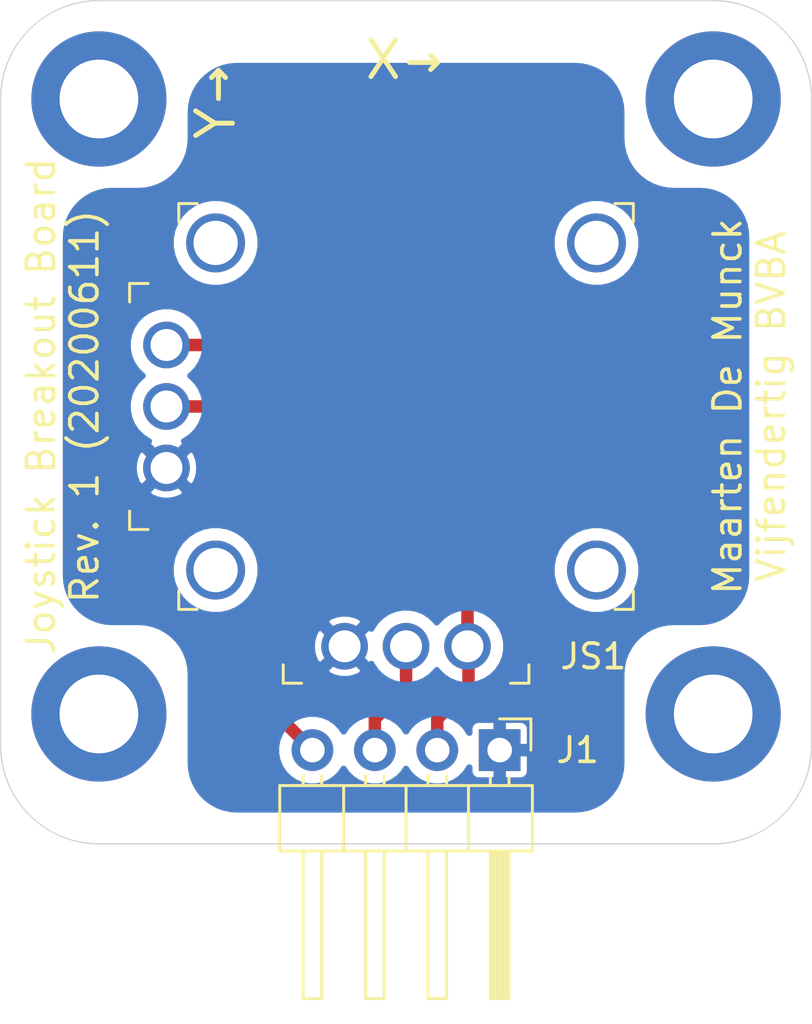
<source format=kicad_pcb>
(kicad_pcb (version 20171130) (host pcbnew 5.1.6+dfsg1-1)

  (general
    (thickness 1.6)
    (drawings 12)
    (tracks 16)
    (zones 0)
    (modules 6)
    (nets 5)
  )

  (page A4 portrait)
  (title_block
    (title "Earth Rover")
    (date 2020-06-11)
    (rev 1)
    (company "Vijfendertig BVBA")
    (comment 1 "Maarten De Munck")
    (comment 2 "Joystick Breakout Board")
  )

  (layers
    (0 F.Cu signal)
    (31 B.Cu signal)
    (32 B.Adhes user)
    (33 F.Adhes user)
    (34 B.Paste user)
    (35 F.Paste user)
    (36 B.SilkS user)
    (37 F.SilkS user)
    (38 B.Mask user)
    (39 F.Mask user)
    (40 Dwgs.User user)
    (41 Cmts.User user)
    (42 Eco1.User user)
    (43 Eco2.User user)
    (44 Edge.Cuts user)
    (45 Margin user)
    (46 B.CrtYd user)
    (47 F.CrtYd user)
    (48 B.Fab user)
    (49 F.Fab user)
  )

  (setup
    (last_trace_width 0.25)
    (user_trace_width 0.508)
    (trace_clearance 0.25)
    (zone_clearance 0.254)
    (zone_45_only no)
    (trace_min 0.2)
    (via_size 0.6)
    (via_drill 0.35)
    (via_min_size 0.6)
    (via_min_drill 0.35)
    (uvia_size 0.3)
    (uvia_drill 0.1)
    (uvias_allowed no)
    (uvia_min_size 0)
    (uvia_min_drill 0)
    (edge_width 0.05)
    (segment_width 0.2)
    (pcb_text_width 0.3)
    (pcb_text_size 1.5 1.5)
    (mod_edge_width 0.12)
    (mod_text_size 1 1)
    (mod_text_width 0.15)
    (pad_size 1.524 1.524)
    (pad_drill 0.762)
    (pad_to_mask_clearance 0.051)
    (solder_mask_min_width 0.25)
    (aux_axis_origin 0 0)
    (visible_elements FFFFFF7F)
    (pcbplotparams
      (layerselection 0x010fc_ffffffff)
      (usegerberextensions false)
      (usegerberattributes false)
      (usegerberadvancedattributes false)
      (creategerberjobfile false)
      (excludeedgelayer true)
      (linewidth 0.100000)
      (plotframeref false)
      (viasonmask false)
      (mode 1)
      (useauxorigin false)
      (hpglpennumber 1)
      (hpglpenspeed 20)
      (hpglpendiameter 15.000000)
      (psnegative false)
      (psa4output false)
      (plotreference true)
      (plotvalue true)
      (plotinvisibletext false)
      (padsonsilk false)
      (subtractmaskfromsilk false)
      (outputformat 1)
      (mirror false)
      (drillshape 1)
      (scaleselection 1)
      (outputdirectory ""))
  )

  (net 0 "")
  (net 1 /GND)
  (net 2 /V+)
  (net 3 /X)
  (net 4 /Y)

  (net_class Default "Dit is de standaard class."
    (clearance 0.25)
    (trace_width 0.25)
    (via_dia 0.6)
    (via_drill 0.35)
    (uvia_dia 0.3)
    (uvia_drill 0.1)
    (diff_pair_width 0.25)
    (diff_pair_gap 0.25)
  )

  (net_class Wide ""
    (clearance 0.5)
    (trace_width 0.5)
    (via_dia 0.6)
    (via_drill 0.35)
    (uvia_dia 0.3)
    (uvia_drill 0.1)
    (diff_pair_width 0.5)
    (diff_pair_gap 0.5)
    (add_net /GND)
    (add_net /V+)
    (add_net /X)
    (add_net /Y)
  )

  (module MountingHole:MountingHole_3.2mm_M3_ISO14580_Pad (layer F.Cu) (tedit 56D1B4CB) (tstamp 5EE45D9A)
    (at 124.26 149.66)
    (descr "Mounting Hole 3.2mm, M3, ISO14580")
    (tags "mounting hole 3.2mm m3 iso14580")
    (attr virtual)
    (fp_text reference REF** (at 0 -3.75) (layer F.SilkS) hide
      (effects (font (size 1 1) (thickness 0.15)))
    )
    (fp_text value MountingHole_3.2mm_M3_ISO14580_Pad (at 0 3.75) (layer F.Fab) hide
      (effects (font (size 1 1) (thickness 0.15)))
    )
    (fp_circle (center 0 0) (end 2.75 0) (layer Cmts.User) (width 0.15))
    (fp_circle (center 0 0) (end 3 0) (layer F.CrtYd) (width 0.05))
    (fp_text user %R (at 0.3 0) (layer F.Fab) hide
      (effects (font (size 1 1) (thickness 0.15)))
    )
    (pad 1 thru_hole circle (at 0 0) (size 5.5 5.5) (drill 3.2) (layers *.Cu *.Mask))
  )

  (module MountingHole:MountingHole_3.2mm_M3_ISO14580_Pad (layer F.Cu) (tedit 56D1B4CB) (tstamp 5EE45B51)
    (at 99.26 149.66)
    (descr "Mounting Hole 3.2mm, M3, ISO14580")
    (tags "mounting hole 3.2mm m3 iso14580")
    (attr virtual)
    (fp_text reference REF** (at 0 -3.75) (layer F.SilkS) hide
      (effects (font (size 1 1) (thickness 0.15)))
    )
    (fp_text value MountingHole_3.2mm_M3_ISO14580_Pad (at 0 3.75) (layer F.Fab) hide
      (effects (font (size 1 1) (thickness 0.15)))
    )
    (fp_circle (center 0 0) (end 2.75 0) (layer Cmts.User) (width 0.15))
    (fp_circle (center 0 0) (end 3 0) (layer F.CrtYd) (width 0.05))
    (fp_text user %R (at 0.3 0) (layer F.Fab) hide
      (effects (font (size 1 1) (thickness 0.15)))
    )
    (pad 1 thru_hole circle (at 0 0) (size 5.5 5.5) (drill 3.2) (layers *.Cu *.Mask))
  )

  (module MountingHole:MountingHole_3.2mm_M3_ISO14580_Pad (layer F.Cu) (tedit 56D1B4CB) (tstamp 5EE45D85)
    (at 99.26 124.66)
    (descr "Mounting Hole 3.2mm, M3, ISO14580")
    (tags "mounting hole 3.2mm m3 iso14580")
    (attr virtual)
    (fp_text reference REF** (at 0 -3.75) (layer F.SilkS) hide
      (effects (font (size 1 1) (thickness 0.15)))
    )
    (fp_text value MountingHole_3.2mm_M3_ISO14580_Pad (at 0 3.75) (layer F.Fab) hide
      (effects (font (size 1 1) (thickness 0.15)))
    )
    (fp_circle (center 0 0) (end 2.75 0) (layer Cmts.User) (width 0.15))
    (fp_circle (center 0 0) (end 3 0) (layer F.CrtYd) (width 0.05))
    (fp_text user %R (at 0.3 0) (layer F.Fab) hide
      (effects (font (size 1 1) (thickness 0.15)))
    )
    (pad 1 thru_hole circle (at 0 0) (size 5.5 5.5) (drill 3.2) (layers *.Cu *.Mask))
  )

  (module MountingHole:MountingHole_3.2mm_M3_ISO14580_Pad (layer F.Cu) (tedit 56D1B4CB) (tstamp 5EE45B39)
    (at 124.26 124.66)
    (descr "Mounting Hole 3.2mm, M3, ISO14580")
    (tags "mounting hole 3.2mm m3 iso14580")
    (attr virtual)
    (fp_text reference REF** (at 0 -3.75) (layer F.SilkS) hide
      (effects (font (size 1 1) (thickness 0.15)))
    )
    (fp_text value MountingHole_3.2mm_M3_ISO14580_Pad (at 0 3.75) (layer F.Fab) hide
      (effects (font (size 1 1) (thickness 0.15)))
    )
    (fp_text user %R (at 0.3 0) (layer F.Fab) hide
      (effects (font (size 1 1) (thickness 0.15)))
    )
    (fp_circle (center 0 0) (end 2.75 0) (layer Cmts.User) (width 0.15))
    (fp_circle (center 0 0) (end 3 0) (layer F.CrtYd) (width 0.05))
    (pad 1 thru_hole circle (at 0 0) (size 5.5 5.5) (drill 3.2) (layers *.Cu *.Mask))
  )

  (module Connector_PinHeader_2.54mm:PinHeader_1x04_P2.54mm_Horizontal (layer F.Cu) (tedit 59FED5CB) (tstamp 5EE45CE6)
    (at 115.57 151.13 270)
    (descr "Through hole angled pin header, 1x04, 2.54mm pitch, 6mm pin length, single row")
    (tags "Through hole angled pin header THT 1x04 2.54mm single row")
    (path /5DF2BB03)
    (fp_text reference J1 (at 0 -3.175) (layer F.SilkS)
      (effects (font (size 1 1) (thickness 0.15)))
    )
    (fp_text value Conn_01x04_Male (at 4.385 9.89 90) (layer F.Fab)
      (effects (font (size 1 1) (thickness 0.15)))
    )
    (fp_line (start 2.135 -1.27) (end 4.04 -1.27) (layer F.Fab) (width 0.1))
    (fp_line (start 4.04 -1.27) (end 4.04 8.89) (layer F.Fab) (width 0.1))
    (fp_line (start 4.04 8.89) (end 1.5 8.89) (layer F.Fab) (width 0.1))
    (fp_line (start 1.5 8.89) (end 1.5 -0.635) (layer F.Fab) (width 0.1))
    (fp_line (start 1.5 -0.635) (end 2.135 -1.27) (layer F.Fab) (width 0.1))
    (fp_line (start -0.32 -0.32) (end 1.5 -0.32) (layer F.Fab) (width 0.1))
    (fp_line (start -0.32 -0.32) (end -0.32 0.32) (layer F.Fab) (width 0.1))
    (fp_line (start -0.32 0.32) (end 1.5 0.32) (layer F.Fab) (width 0.1))
    (fp_line (start 4.04 -0.32) (end 10.04 -0.32) (layer F.Fab) (width 0.1))
    (fp_line (start 10.04 -0.32) (end 10.04 0.32) (layer F.Fab) (width 0.1))
    (fp_line (start 4.04 0.32) (end 10.04 0.32) (layer F.Fab) (width 0.1))
    (fp_line (start -0.32 2.22) (end 1.5 2.22) (layer F.Fab) (width 0.1))
    (fp_line (start -0.32 2.22) (end -0.32 2.86) (layer F.Fab) (width 0.1))
    (fp_line (start -0.32 2.86) (end 1.5 2.86) (layer F.Fab) (width 0.1))
    (fp_line (start 4.04 2.22) (end 10.04 2.22) (layer F.Fab) (width 0.1))
    (fp_line (start 10.04 2.22) (end 10.04 2.86) (layer F.Fab) (width 0.1))
    (fp_line (start 4.04 2.86) (end 10.04 2.86) (layer F.Fab) (width 0.1))
    (fp_line (start -0.32 4.76) (end 1.5 4.76) (layer F.Fab) (width 0.1))
    (fp_line (start -0.32 4.76) (end -0.32 5.4) (layer F.Fab) (width 0.1))
    (fp_line (start -0.32 5.4) (end 1.5 5.4) (layer F.Fab) (width 0.1))
    (fp_line (start 4.04 4.76) (end 10.04 4.76) (layer F.Fab) (width 0.1))
    (fp_line (start 10.04 4.76) (end 10.04 5.4) (layer F.Fab) (width 0.1))
    (fp_line (start 4.04 5.4) (end 10.04 5.4) (layer F.Fab) (width 0.1))
    (fp_line (start -0.32 7.3) (end 1.5 7.3) (layer F.Fab) (width 0.1))
    (fp_line (start -0.32 7.3) (end -0.32 7.94) (layer F.Fab) (width 0.1))
    (fp_line (start -0.32 7.94) (end 1.5 7.94) (layer F.Fab) (width 0.1))
    (fp_line (start 4.04 7.3) (end 10.04 7.3) (layer F.Fab) (width 0.1))
    (fp_line (start 10.04 7.3) (end 10.04 7.94) (layer F.Fab) (width 0.1))
    (fp_line (start 4.04 7.94) (end 10.04 7.94) (layer F.Fab) (width 0.1))
    (fp_line (start 1.44 -1.33) (end 1.44 8.95) (layer F.SilkS) (width 0.12))
    (fp_line (start 1.44 8.95) (end 4.1 8.95) (layer F.SilkS) (width 0.12))
    (fp_line (start 4.1 8.95) (end 4.1 -1.33) (layer F.SilkS) (width 0.12))
    (fp_line (start 4.1 -1.33) (end 1.44 -1.33) (layer F.SilkS) (width 0.12))
    (fp_line (start 4.1 -0.38) (end 10.1 -0.38) (layer F.SilkS) (width 0.12))
    (fp_line (start 10.1 -0.38) (end 10.1 0.38) (layer F.SilkS) (width 0.12))
    (fp_line (start 10.1 0.38) (end 4.1 0.38) (layer F.SilkS) (width 0.12))
    (fp_line (start 4.1 -0.32) (end 10.1 -0.32) (layer F.SilkS) (width 0.12))
    (fp_line (start 4.1 -0.2) (end 10.1 -0.2) (layer F.SilkS) (width 0.12))
    (fp_line (start 4.1 -0.08) (end 10.1 -0.08) (layer F.SilkS) (width 0.12))
    (fp_line (start 4.1 0.04) (end 10.1 0.04) (layer F.SilkS) (width 0.12))
    (fp_line (start 4.1 0.16) (end 10.1 0.16) (layer F.SilkS) (width 0.12))
    (fp_line (start 4.1 0.28) (end 10.1 0.28) (layer F.SilkS) (width 0.12))
    (fp_line (start 1.11 -0.38) (end 1.44 -0.38) (layer F.SilkS) (width 0.12))
    (fp_line (start 1.11 0.38) (end 1.44 0.38) (layer F.SilkS) (width 0.12))
    (fp_line (start 1.44 1.27) (end 4.1 1.27) (layer F.SilkS) (width 0.12))
    (fp_line (start 4.1 2.16) (end 10.1 2.16) (layer F.SilkS) (width 0.12))
    (fp_line (start 10.1 2.16) (end 10.1 2.92) (layer F.SilkS) (width 0.12))
    (fp_line (start 10.1 2.92) (end 4.1 2.92) (layer F.SilkS) (width 0.12))
    (fp_line (start 1.042929 2.16) (end 1.44 2.16) (layer F.SilkS) (width 0.12))
    (fp_line (start 1.042929 2.92) (end 1.44 2.92) (layer F.SilkS) (width 0.12))
    (fp_line (start 1.44 3.81) (end 4.1 3.81) (layer F.SilkS) (width 0.12))
    (fp_line (start 4.1 4.7) (end 10.1 4.7) (layer F.SilkS) (width 0.12))
    (fp_line (start 10.1 4.7) (end 10.1 5.46) (layer F.SilkS) (width 0.12))
    (fp_line (start 10.1 5.46) (end 4.1 5.46) (layer F.SilkS) (width 0.12))
    (fp_line (start 1.042929 4.7) (end 1.44 4.7) (layer F.SilkS) (width 0.12))
    (fp_line (start 1.042929 5.46) (end 1.44 5.46) (layer F.SilkS) (width 0.12))
    (fp_line (start 1.44 6.35) (end 4.1 6.35) (layer F.SilkS) (width 0.12))
    (fp_line (start 4.1 7.24) (end 10.1 7.24) (layer F.SilkS) (width 0.12))
    (fp_line (start 10.1 7.24) (end 10.1 8) (layer F.SilkS) (width 0.12))
    (fp_line (start 10.1 8) (end 4.1 8) (layer F.SilkS) (width 0.12))
    (fp_line (start 1.042929 7.24) (end 1.44 7.24) (layer F.SilkS) (width 0.12))
    (fp_line (start 1.042929 8) (end 1.44 8) (layer F.SilkS) (width 0.12))
    (fp_line (start -1.27 0) (end -1.27 -1.27) (layer F.SilkS) (width 0.12))
    (fp_line (start -1.27 -1.27) (end 0 -1.27) (layer F.SilkS) (width 0.12))
    (fp_line (start -1.8 -1.8) (end -1.8 9.4) (layer F.CrtYd) (width 0.05))
    (fp_line (start -1.8 9.4) (end 10.55 9.4) (layer F.CrtYd) (width 0.05))
    (fp_line (start 10.55 9.4) (end 10.55 -1.8) (layer F.CrtYd) (width 0.05))
    (fp_line (start 10.55 -1.8) (end -1.8 -1.8) (layer F.CrtYd) (width 0.05))
    (fp_text user %R (at 2.77 3.81) (layer F.Fab)
      (effects (font (size 1 1) (thickness 0.15)))
    )
    (pad 1 thru_hole rect (at 0 0 270) (size 1.7 1.7) (drill 1) (layers *.Cu *.Mask)
      (net 1 /GND))
    (pad 2 thru_hole oval (at 0 2.54 270) (size 1.7 1.7) (drill 1) (layers *.Cu *.Mask)
      (net 2 /V+))
    (pad 3 thru_hole oval (at 0 5.08 270) (size 1.7 1.7) (drill 1) (layers *.Cu *.Mask)
      (net 3 /X))
    (pad 4 thru_hole oval (at 0 7.62 270) (size 1.7 1.7) (drill 1) (layers *.Cu *.Mask)
      (net 4 /Y))
    (model ${KISYS3DMOD}/Connector_PinHeader_2.54mm.3dshapes/PinHeader_1x04_P2.54mm_Horizontal.wrl
      (at (xyz 0 0 0))
      (scale (xyz 1 1 1))
      (rotate (xyz 0 0 0))
    )
  )

  (module earth-rover-footprints:Alps_RKJXK122000D (layer F.Cu) (tedit 5DEAD66C) (tstamp 5EE45BDA)
    (at 111.76 137.16 180)
    (descr "Alps ThumbPointer RKJXK122000D")
    (path /5DF2B0F3)
    (fp_text reference JS1 (at -7.62 -10.16) (layer F.SilkS)
      (effects (font (size 1 1) (thickness 0.15)))
    )
    (fp_text value "Alps Alpine RKJXK122000D" (at 0 0) (layer F.Fab)
      (effects (font (size 1 1) (thickness 0.15)))
    )
    (fp_circle (center -4.5 -4.5) (end -3.2 -4.5) (layer F.Fab) (width 0.12))
    (fp_circle (center 4.5 -4.5) (end 5.8 -4.5) (layer F.Fab) (width 0.12))
    (fp_circle (center -4.5 4.5) (end -3.2 4.5) (layer F.Fab) (width 0.12))
    (fp_circle (center 4.5 4.5) (end 5.8 4.5) (layer F.Fab) (width 0.12))
    (fp_line (start -8 -4) (end -9.6 -4) (layer F.Fab) (width 0.12))
    (fp_line (start -9.6 -4) (end -9.6 4) (layer F.Fab) (width 0.12))
    (fp_line (start -9.6 4) (end -8 4) (layer F.Fab) (width 0.12))
    (fp_line (start 8 -4.75) (end 11.05 -4.75) (layer F.Fab) (width 0.12))
    (fp_line (start 11.05 -4.75) (end 11.05 4.75) (layer F.Fab) (width 0.12))
    (fp_line (start 11.05 4.75) (end 8 4.75) (layer F.Fab) (width 0.12))
    (fp_line (start -4.75 -8) (end -4.75 -11.05) (layer F.Fab) (width 0.12))
    (fp_line (start -4.75 -11.05) (end 4.75 -11.05) (layer F.Fab) (width 0.12))
    (fp_line (start 4.75 -11.05) (end 4.75 -8) (layer F.Fab) (width 0.12))
    (fp_line (start -5.5 8) (end -5.5 10) (layer F.Fab) (width 0.12))
    (fp_line (start -5.5 10) (end -3.2 10) (layer F.Fab) (width 0.12))
    (fp_line (start -3.2 10) (end -3.2 11.6) (layer F.Fab) (width 0.12))
    (fp_line (start -3.2 11.6) (end 3.2 11.6) (layer F.Fab) (width 0.12))
    (fp_line (start 3.2 11.6) (end 3.2 10) (layer F.Fab) (width 0.12))
    (fp_line (start 3.2 10) (end 5.5 10) (layer F.Fab) (width 0.12))
    (fp_line (start 5.5 10) (end 5.5 8) (layer F.Fab) (width 0.12))
    (fp_line (start -5 -8.25) (end -9.25 -8.25) (layer F.CrtYd) (width 0.12))
    (fp_line (start -9.25 -8.25) (end -9.25 -4.25) (layer F.CrtYd) (width 0.12))
    (fp_line (start -9.25 -4.25) (end -9.75 -4.25) (layer F.CrtYd) (width 0.12))
    (fp_line (start -9.75 -4.25) (end -9.75 4.25) (layer F.CrtYd) (width 0.12))
    (fp_line (start -9.75 4.25) (end -9.25 4.25) (layer F.CrtYd) (width 0.12))
    (fp_line (start -9.25 4.25) (end -9.25 8.25) (layer F.CrtYd) (width 0.12))
    (fp_line (start -9.25 8.25) (end -5.75 8.25) (layer F.CrtYd) (width 0.12))
    (fp_line (start -5.75 8.25) (end -5.75 10.25) (layer F.CrtYd) (width 0.12))
    (fp_line (start -5.75 10.25) (end -3.5 10.25) (layer F.CrtYd) (width 0.12))
    (fp_line (start -3.5 10.25) (end -3.5 11.75) (layer F.CrtYd) (width 0.12))
    (fp_line (start -3.5 11.75) (end 3.5 11.75) (layer F.CrtYd) (width 0.12))
    (fp_line (start 3.5 11.75) (end 3.5 10.25) (layer F.CrtYd) (width 0.12))
    (fp_line (start 3.5 10.25) (end 5.75 10.25) (layer F.CrtYd) (width 0.12))
    (fp_line (start 5.75 10.25) (end 5.75 8.25) (layer F.CrtYd) (width 0.12))
    (fp_line (start 5.75 8.25) (end 9.25 8.25) (layer F.CrtYd) (width 0.12))
    (fp_line (start 9.25 8.25) (end 9.25 5) (layer F.CrtYd) (width 0.12))
    (fp_line (start 9.25 5) (end 11.25 5) (layer F.CrtYd) (width 0.12))
    (fp_line (start 11.25 5) (end 11.25 -5) (layer F.CrtYd) (width 0.12))
    (fp_line (start 11.25 -5) (end 9.25 -5) (layer F.CrtYd) (width 0.12))
    (fp_line (start 9.25 -5) (end 9.25 -8.25) (layer F.CrtYd) (width 0.12))
    (fp_line (start 9.25 -8.25) (end 5 -8.25) (layer F.CrtYd) (width 0.12))
    (fp_line (start 5 -8.25) (end 5 -11.25) (layer F.CrtYd) (width 0.12))
    (fp_line (start 5 -11.25) (end -5 -11.25) (layer F.CrtYd) (width 0.12))
    (fp_line (start -5 -11.25) (end -5 -8.25) (layer F.CrtYd) (width 0.12))
    (fp_line (start 4.75 -8) (end 8 -8) (layer F.Fab) (width 0.12))
    (fp_line (start -4.75 -8) (end -8 -8) (layer F.Fab) (width 0.12))
    (fp_line (start -8 8) (end -5.5 8) (layer F.Fab) (width 0.12))
    (fp_line (start 5.5 8) (end 8 8) (layer F.Fab) (width 0.12))
    (fp_line (start -8 -8) (end -8 -4) (layer F.Fab) (width 0.12))
    (fp_line (start -8 4) (end -8 8) (layer F.Fab) (width 0.12))
    (fp_line (start 8 4.75) (end 8 8) (layer F.Fab) (width 0.12))
    (fp_line (start 8 -8) (end 8 -4.75) (layer F.Fab) (width 0.12))
    (fp_line (start 8.5 -8.25) (end 9.25 -8.25) (layer F.SilkS) (width 0.12))
    (fp_line (start 9.25 -8.25) (end 9.25 -7.5) (layer F.SilkS) (width 0.12))
    (fp_line (start -8.5 -8.25) (end -9.25 -8.25) (layer F.SilkS) (width 0.12))
    (fp_line (start -9.25 -8.25) (end -9.25 -7.5) (layer F.SilkS) (width 0.12))
    (fp_line (start -9.25 7.5) (end -9.25 8.25) (layer F.SilkS) (width 0.12))
    (fp_line (start -9.25 8.25) (end -8.5 8.25) (layer F.SilkS) (width 0.12))
    (fp_line (start 8.5 8.25) (end 9.25 8.25) (layer F.SilkS) (width 0.12))
    (fp_line (start 9.25 8.25) (end 9.25 7.5) (layer F.SilkS) (width 0.12))
    (fp_line (start -5 -10.5) (end -5 -11.25) (layer F.SilkS) (width 0.12))
    (fp_line (start -5 -11.25) (end -4.25 -11.25) (layer F.SilkS) (width 0.12))
    (fp_line (start 4.25 -11.25) (end 5 -11.25) (layer F.SilkS) (width 0.12))
    (fp_line (start 5 -11.25) (end 5 -10.5) (layer F.SilkS) (width 0.12))
    (fp_line (start 10.5 -5) (end 11.25 -5) (layer F.SilkS) (width 0.12))
    (fp_line (start 11.25 -5) (end 11.25 -4.25) (layer F.SilkS) (width 0.12))
    (fp_line (start 11.25 4.25) (end 11.25 5) (layer F.SilkS) (width 0.12))
    (fp_line (start 11.25 5) (end 10.5 5) (layer F.SilkS) (width 0.12))
    (pad 1 thru_hole circle (at 9.75 2.5 180) (size 1.9 1.9) (drill 1.3) (layers *.Cu *.Mask)
      (net 2 /V+))
    (pad 2 thru_hole circle (at 9.75 0 180) (size 1.9 1.9) (drill 1.3) (layers *.Cu *.Mask)
      (net 4 /Y))
    (pad 3 thru_hole circle (at 9.75 -2.5 180) (size 1.9 1.9) (drill 1.3) (layers *.Cu *.Mask)
      (net 1 /GND))
    (pad 4 thru_hole circle (at 2.5 -9.75 180) (size 1.9 1.9) (drill 1.3) (layers *.Cu *.Mask)
      (net 1 /GND))
    (pad 5 thru_hole circle (at 0 -9.75 180) (size 1.9 1.9) (drill 1.3) (layers *.Cu *.Mask)
      (net 3 /X))
    (pad 6 thru_hole circle (at -2.5 -9.75 180) (size 1.9 1.9) (drill 1.3) (layers *.Cu *.Mask)
      (net 2 /V+))
    (pad "" thru_hole circle (at 7.75 6.65 180) (size 2.4 2.4) (drill 1.8) (layers *.Cu *.Mask))
    (pad "" thru_hole circle (at 7.75 -6.65 180) (size 2.4 2.4) (drill 1.8) (layers *.Cu *.Mask))
    (pad "" thru_hole circle (at -7.75 -6.65 180) (size 2.4 2.4) (drill 1.8) (layers *.Cu *.Mask))
    (pad "" thru_hole circle (at -7.75 6.65 180) (size 2.4 2.4) (drill 1.8) (layers *.Cu *.Mask))
  )

  (gr_text "Maarten De Munck\nVijfendertig BVBA" (at 125.73 137.16 90) (layer F.SilkS) (tstamp 5EE45B81)
    (effects (font (size 1.1 1.1) (thickness 0.15)))
  )
  (gr_text Y→ (at 104.013 124.714 90) (layer F.SilkS) (tstamp 5EE45C95)
    (effects (font (size 1.5 1.5) (thickness 0.2)))
  )
  (gr_text X→ (at 111.76 123.063) (layer F.SilkS) (tstamp 5EE45B63)
    (effects (font (size 1.5 1.5) (thickness 0.2)))
  )
  (gr_text "Joystick Breakout Board\nRev. 1 (20200611)" (at 97.79 137.16 90) (layer F.SilkS) (tstamp 5EE45C7D)
    (effects (font (size 1.1 1.1) (thickness 0.15)))
  )
  (gr_line (start 95.26 150.94) (end 95.26 124.66) (layer Edge.Cuts) (width 0.05) (tstamp 5EE45B84))
  (gr_line (start 128.26 124.66) (end 128.26 150.94) (layer Edge.Cuts) (width 0.05) (tstamp 5EE45DA9))
  (gr_line (start 99.26 154.94) (end 124.26 154.94) (layer Edge.Cuts) (width 0.05) (tstamp 5EE45DB2))
  (gr_line (start 124.26 120.66) (end 99.26 120.66) (layer Edge.Cuts) (width 0.05) (tstamp 5EE45B48))
  (gr_arc (start 124.26 124.66) (end 128.26 124.66) (angle -90) (layer Edge.Cuts) (width 0.05) (tstamp 5EE45B6C))
  (gr_arc (start 124.26 150.94) (end 124.26 154.94) (angle -90) (layer Edge.Cuts) (width 0.05) (tstamp 5EE45DAF))
  (gr_arc (start 99.26 150.94) (end 95.26 150.94) (angle -90) (layer Edge.Cuts) (width 0.05) (tstamp 5EE45B7B))
  (gr_arc (start 99.26 124.66) (end 99.26 120.66) (angle -90) (layer Edge.Cuts) (width 0.05) (tstamp 5EE45B6F))

  (segment (start 113.03 149.86) (end 114.3 148.59) (width 0.508) (layer F.Cu) (net 2) (tstamp 5EE45B87))
  (segment (start 113.03 151.13) (end 113.03 149.86) (width 0.508) (layer F.Cu) (net 2) (tstamp 5EE45B7E))
  (segment (start 114.3 148.59) (end 114.3 146.91) (width 0.508) (layer F.Cu) (net 2) (tstamp 5EE45C98))
  (segment (start 113.03 151.13) (end 113.03 150.495) (width 0.5) (layer B.Cu) (net 2) (tstamp 5EE45DAC))
  (segment (start 114.26 146.91) (end 114.26 143.089) (width 0.508) (layer F.Cu) (net 2) (tstamp 5EE45C89))
  (segment (start 105.831 134.66) (end 102.01 134.66) (width 0.508) (layer F.Cu) (net 2) (tstamp 5EE45C8C))
  (segment (start 114.26 143.089) (end 105.831 134.66) (width 0.508) (layer F.Cu) (net 2) (tstamp 5EE45C8F))
  (segment (start 110.49 151.13) (end 110.49 149.86) (width 0.508) (layer F.Cu) (net 3) (tstamp 5EE45C86))
  (segment (start 111.76 148.59) (end 111.76 146.91) (width 0.508) (layer F.Cu) (net 3) (tstamp 5EE45C83))
  (segment (start 110.49 149.86) (end 111.76 148.59) (width 0.508) (layer F.Cu) (net 3) (tstamp 5EE45C92))
  (segment (start 107.95 151.13) (end 106.68 149.86) (width 0.508) (layer F.Cu) (net 4) (tstamp 5EE45C80))
  (segment (start 106.68 149.86) (end 106.68 146.05) (width 0.508) (layer F.Cu) (net 4) (tstamp 5EE45B78))
  (segment (start 106.68 146.05) (end 109.22 143.51) (width 0.508) (layer F.Cu) (net 4) (tstamp 5EE45B66))
  (segment (start 109.22 143.51) (end 109.22 140.335) (width 0.508) (layer F.Cu) (net 4) (tstamp 5EE45B75))
  (segment (start 106.045 137.16) (end 102.01 137.16) (width 0.508) (layer F.Cu) (net 4) (tstamp 5EE45B72))
  (segment (start 109.22 140.335) (end 106.045 137.16) (width 0.508) (layer F.Cu) (net 4) (tstamp 5EE45B60))

  (zone (net 1) (net_name /GND) (layer B.Cu) (tstamp 5EE45B69) (hatch edge 0.508)
    (connect_pads (clearance 0.254))
    (min_thickness 0.254)
    (fill yes (arc_segments 32) (thermal_gap 0.254) (thermal_bridge_width 0.508) (smoothing fillet) (radius 2))
    (polygon
      (pts
        (xy 120.65 128.27) (xy 125.73 128.27) (xy 125.73 146.05) (xy 120.65 146.05) (xy 120.65 153.67)
        (xy 102.87 153.67) (xy 102.87 146.05) (xy 97.79 146.05) (xy 97.79 128.27) (xy 102.87 128.27)
        (xy 102.87 123.19) (xy 120.65 123.19)
      )
    )
    (filled_polygon
      (pts
        (xy 118.916504 123.336385) (xy 119.177593 123.393181) (xy 119.42794 123.486556) (xy 119.662445 123.614605) (xy 119.876338 123.774724)
        (xy 120.065276 123.963662) (xy 120.225395 124.177555) (xy 120.353444 124.41206) (xy 120.446819 124.662407) (xy 120.503615 124.923496)
        (xy 120.523 125.19453) (xy 120.523 126.27) (xy 120.523324 126.27906) (xy 120.543681 126.56369) (xy 120.546259 126.581626)
        (xy 120.606916 126.860461) (xy 120.612021 126.877847) (xy 120.711743 127.145212) (xy 120.719271 127.161695) (xy 120.856028 127.412147)
        (xy 120.865824 127.42739) (xy 121.036832 127.655829) (xy 121.048698 127.669524) (xy 121.250476 127.871302) (xy 121.264171 127.883168)
        (xy 121.49261 128.054176) (xy 121.507853 128.063972) (xy 121.758305 128.200729) (xy 121.774788 128.208257) (xy 122.042153 128.307979)
        (xy 122.059539 128.313084) (xy 122.338374 128.373741) (xy 122.35631 128.376319) (xy 122.64094 128.396676) (xy 122.65 128.397)
        (xy 123.72547 128.397) (xy 123.996504 128.416385) (xy 124.257593 128.473181) (xy 124.50794 128.566556) (xy 124.742445 128.694605)
        (xy 124.956338 128.854724) (xy 125.145276 129.043662) (xy 125.305395 129.257555) (xy 125.433444 129.49206) (xy 125.526819 129.742407)
        (xy 125.583615 130.003496) (xy 125.603 130.27453) (xy 125.603 144.04547) (xy 125.583615 144.316504) (xy 125.526819 144.577593)
        (xy 125.433444 144.82794) (xy 125.305395 145.062445) (xy 125.145276 145.276338) (xy 124.956338 145.465276) (xy 124.742445 145.625395)
        (xy 124.50794 145.753444) (xy 124.257593 145.846819) (xy 123.996504 145.903615) (xy 123.72547 145.923) (xy 122.65 145.923)
        (xy 122.64094 145.923324) (xy 122.35631 145.943681) (xy 122.338374 145.946259) (xy 122.059539 146.006916) (xy 122.042153 146.012021)
        (xy 121.774788 146.111743) (xy 121.758305 146.119271) (xy 121.507853 146.256028) (xy 121.49261 146.265824) (xy 121.264171 146.436832)
        (xy 121.250476 146.448698) (xy 121.048698 146.650476) (xy 121.036832 146.664171) (xy 120.865824 146.89261) (xy 120.856028 146.907853)
        (xy 120.719271 147.158305) (xy 120.711743 147.174788) (xy 120.612021 147.442153) (xy 120.606916 147.459539) (xy 120.546259 147.738374)
        (xy 120.543681 147.75631) (xy 120.523324 148.04094) (xy 120.523 148.05) (xy 120.523 151.66547) (xy 120.503615 151.936504)
        (xy 120.446819 152.197593) (xy 120.353444 152.44794) (xy 120.225395 152.682445) (xy 120.065276 152.896338) (xy 119.876338 153.085276)
        (xy 119.662445 153.245395) (xy 119.42794 153.373444) (xy 119.177593 153.466819) (xy 118.916504 153.523615) (xy 118.64547 153.543)
        (xy 104.87453 153.543) (xy 104.603496 153.523615) (xy 104.342407 153.466819) (xy 104.09206 153.373444) (xy 103.857555 153.245395)
        (xy 103.643662 153.085276) (xy 103.454724 152.896338) (xy 103.294605 152.682445) (xy 103.166556 152.44794) (xy 103.073181 152.197593)
        (xy 103.016385 151.936504) (xy 102.997 151.66547) (xy 102.997 150.984528) (xy 106.473 150.984528) (xy 106.473 151.275472)
        (xy 106.52976 151.560825) (xy 106.641099 151.829622) (xy 106.802739 152.071533) (xy 107.008467 152.277261) (xy 107.250378 152.438901)
        (xy 107.519175 152.55024) (xy 107.804528 152.607) (xy 108.095472 152.607) (xy 108.380825 152.55024) (xy 108.649622 152.438901)
        (xy 108.891533 152.277261) (xy 109.097261 152.071533) (xy 109.22 151.887841) (xy 109.342739 152.071533) (xy 109.548467 152.277261)
        (xy 109.790378 152.438901) (xy 110.059175 152.55024) (xy 110.344528 152.607) (xy 110.635472 152.607) (xy 110.920825 152.55024)
        (xy 111.189622 152.438901) (xy 111.431533 152.277261) (xy 111.637261 152.071533) (xy 111.76 151.887841) (xy 111.882739 152.071533)
        (xy 112.088467 152.277261) (xy 112.330378 152.438901) (xy 112.599175 152.55024) (xy 112.884528 152.607) (xy 113.175472 152.607)
        (xy 113.460825 152.55024) (xy 113.729622 152.438901) (xy 113.971533 152.277261) (xy 114.177261 152.071533) (xy 114.337593 151.83158)
        (xy 114.337157 151.98) (xy 114.344513 152.054689) (xy 114.366299 152.126508) (xy 114.401678 152.192696) (xy 114.449289 152.250711)
        (xy 114.507304 152.298322) (xy 114.573492 152.333701) (xy 114.645311 152.355487) (xy 114.72 152.362843) (xy 115.34775 152.361)
        (xy 115.443 152.26575) (xy 115.443 151.257) (xy 115.697 151.257) (xy 115.697 152.26575) (xy 115.79225 152.361)
        (xy 116.42 152.362843) (xy 116.494689 152.355487) (xy 116.566508 152.333701) (xy 116.632696 152.298322) (xy 116.690711 152.250711)
        (xy 116.738322 152.192696) (xy 116.773701 152.126508) (xy 116.795487 152.054689) (xy 116.802843 151.98) (xy 116.801 151.35225)
        (xy 116.70575 151.257) (xy 115.697 151.257) (xy 115.443 151.257) (xy 115.423 151.257) (xy 115.423 151.003)
        (xy 115.443 151.003) (xy 115.443 149.99425) (xy 115.697 149.99425) (xy 115.697 151.003) (xy 116.70575 151.003)
        (xy 116.801 150.90775) (xy 116.802843 150.28) (xy 116.795487 150.205311) (xy 116.773701 150.133492) (xy 116.738322 150.067304)
        (xy 116.690711 150.009289) (xy 116.632696 149.961678) (xy 116.566508 149.926299) (xy 116.494689 149.904513) (xy 116.42 149.897157)
        (xy 115.79225 149.899) (xy 115.697 149.99425) (xy 115.443 149.99425) (xy 115.34775 149.899) (xy 114.72 149.897157)
        (xy 114.645311 149.904513) (xy 114.573492 149.926299) (xy 114.507304 149.961678) (xy 114.449289 150.009289) (xy 114.401678 150.067304)
        (xy 114.366299 150.133492) (xy 114.344513 150.205311) (xy 114.337157 150.28) (xy 114.337593 150.42842) (xy 114.177261 150.188467)
        (xy 113.971533 149.982739) (xy 113.729622 149.821099) (xy 113.460825 149.70976) (xy 113.397947 149.697253) (xy 113.367237 149.680838)
        (xy 113.201922 149.63069) (xy 113.03 149.613757) (xy 112.858079 149.63069) (xy 112.692764 149.680838) (xy 112.662054 149.697253)
        (xy 112.599175 149.70976) (xy 112.330378 149.821099) (xy 112.088467 149.982739) (xy 111.882739 150.188467) (xy 111.76 150.372159)
        (xy 111.637261 150.188467) (xy 111.431533 149.982739) (xy 111.189622 149.821099) (xy 110.920825 149.70976) (xy 110.635472 149.653)
        (xy 110.344528 149.653) (xy 110.059175 149.70976) (xy 109.790378 149.821099) (xy 109.548467 149.982739) (xy 109.342739 150.188467)
        (xy 109.22 150.372159) (xy 109.097261 150.188467) (xy 108.891533 149.982739) (xy 108.649622 149.821099) (xy 108.380825 149.70976)
        (xy 108.095472 149.653) (xy 107.804528 149.653) (xy 107.519175 149.70976) (xy 107.250378 149.821099) (xy 107.008467 149.982739)
        (xy 106.802739 150.188467) (xy 106.641099 150.430378) (xy 106.52976 150.699175) (xy 106.473 150.984528) (xy 102.997 150.984528)
        (xy 102.997 148.05) (xy 102.996676 148.04094) (xy 102.984705 147.873561) (xy 108.476044 147.873561) (xy 108.58017 148.061772)
        (xy 108.817932 148.172269) (xy 109.072683 148.234258) (xy 109.334632 148.245357) (xy 109.593713 148.205138) (xy 109.83997 148.115148)
        (xy 109.93983 148.061772) (xy 110.043956 147.873561) (xy 109.26 147.089605) (xy 108.476044 147.873561) (xy 102.984705 147.873561)
        (xy 102.976319 147.75631) (xy 102.973741 147.738374) (xy 102.913084 147.459539) (xy 102.907979 147.442153) (xy 102.808257 147.174788)
        (xy 102.800729 147.158305) (xy 102.705897 146.984632) (xy 107.924643 146.984632) (xy 107.964862 147.243713) (xy 108.054852 147.48997)
        (xy 108.108228 147.58983) (xy 108.296439 147.693956) (xy 109.080395 146.91) (xy 109.439605 146.91) (xy 110.223561 147.693956)
        (xy 110.349039 147.624537) (xy 110.362481 147.656989) (xy 110.535064 147.915279) (xy 110.754721 148.134936) (xy 111.013011 148.307519)
        (xy 111.300006 148.426396) (xy 111.604679 148.487) (xy 111.915321 148.487) (xy 112.219994 148.426396) (xy 112.506989 148.307519)
        (xy 112.765279 148.134936) (xy 112.984936 147.915279) (xy 113.01 147.877768) (xy 113.035064 147.915279) (xy 113.254721 148.134936)
        (xy 113.513011 148.307519) (xy 113.800006 148.426396) (xy 114.104679 148.487) (xy 114.415321 148.487) (xy 114.719994 148.426396)
        (xy 115.006989 148.307519) (xy 115.265279 148.134936) (xy 115.484936 147.915279) (xy 115.657519 147.656989) (xy 115.776396 147.369994)
        (xy 115.837 147.065321) (xy 115.837 146.754679) (xy 115.776396 146.450006) (xy 115.657519 146.163011) (xy 115.484936 145.904721)
        (xy 115.265279 145.685064) (xy 115.006989 145.512481) (xy 114.719994 145.393604) (xy 114.415321 145.333) (xy 114.104679 145.333)
        (xy 113.800006 145.393604) (xy 113.513011 145.512481) (xy 113.254721 145.685064) (xy 113.035064 145.904721) (xy 113.01 145.942232)
        (xy 112.984936 145.904721) (xy 112.765279 145.685064) (xy 112.506989 145.512481) (xy 112.219994 145.393604) (xy 111.915321 145.333)
        (xy 111.604679 145.333) (xy 111.300006 145.393604) (xy 111.013011 145.512481) (xy 110.754721 145.685064) (xy 110.535064 145.904721)
        (xy 110.362481 146.163011) (xy 110.349039 146.195463) (xy 110.223561 146.126044) (xy 109.439605 146.91) (xy 109.080395 146.91)
        (xy 108.296439 146.126044) (xy 108.108228 146.23017) (xy 107.997731 146.467932) (xy 107.935742 146.722683) (xy 107.924643 146.984632)
        (xy 102.705897 146.984632) (xy 102.663972 146.907853) (xy 102.654176 146.89261) (xy 102.483168 146.664171) (xy 102.471302 146.650476)
        (xy 102.269524 146.448698) (xy 102.255829 146.436832) (xy 102.02739 146.265824) (xy 102.012147 146.256028) (xy 101.761695 146.119271)
        (xy 101.745212 146.111743) (xy 101.477847 146.012021) (xy 101.460461 146.006916) (xy 101.182454 145.946439) (xy 108.476044 145.946439)
        (xy 109.26 146.730395) (xy 110.043956 145.946439) (xy 109.93983 145.758228) (xy 109.702068 145.647731) (xy 109.447317 145.585742)
        (xy 109.185368 145.574643) (xy 108.926287 145.614862) (xy 108.68003 145.704852) (xy 108.58017 145.758228) (xy 108.476044 145.946439)
        (xy 101.182454 145.946439) (xy 101.181626 145.946259) (xy 101.16369 145.943681) (xy 100.87906 145.923324) (xy 100.87 145.923)
        (xy 99.79453 145.923) (xy 99.523496 145.903615) (xy 99.262407 145.846819) (xy 99.01206 145.753444) (xy 98.777555 145.625395)
        (xy 98.563662 145.465276) (xy 98.374724 145.276338) (xy 98.214605 145.062445) (xy 98.086556 144.82794) (xy 97.993181 144.577593)
        (xy 97.936385 144.316504) (xy 97.917 144.04547) (xy 97.917 143.630056) (xy 102.183 143.630056) (xy 102.183 143.989944)
        (xy 102.253211 144.342916) (xy 102.390934 144.675409) (xy 102.590876 144.974645) (xy 102.845355 145.229124) (xy 103.144591 145.429066)
        (xy 103.477084 145.566789) (xy 103.830056 145.637) (xy 104.189944 145.637) (xy 104.542916 145.566789) (xy 104.875409 145.429066)
        (xy 105.174645 145.229124) (xy 105.429124 144.974645) (xy 105.629066 144.675409) (xy 105.766789 144.342916) (xy 105.837 143.989944)
        (xy 105.837 143.630056) (xy 117.683 143.630056) (xy 117.683 143.989944) (xy 117.753211 144.342916) (xy 117.890934 144.675409)
        (xy 118.090876 144.974645) (xy 118.345355 145.229124) (xy 118.644591 145.429066) (xy 118.977084 145.566789) (xy 119.330056 145.637)
        (xy 119.689944 145.637) (xy 120.042916 145.566789) (xy 120.375409 145.429066) (xy 120.674645 145.229124) (xy 120.929124 144.974645)
        (xy 121.129066 144.675409) (xy 121.266789 144.342916) (xy 121.337 143.989944) (xy 121.337 143.630056) (xy 121.266789 143.277084)
        (xy 121.129066 142.944591) (xy 120.929124 142.645355) (xy 120.674645 142.390876) (xy 120.375409 142.190934) (xy 120.042916 142.053211)
        (xy 119.689944 141.983) (xy 119.330056 141.983) (xy 118.977084 142.053211) (xy 118.644591 142.190934) (xy 118.345355 142.390876)
        (xy 118.090876 142.645355) (xy 117.890934 142.944591) (xy 117.753211 143.277084) (xy 117.683 143.630056) (xy 105.837 143.630056)
        (xy 105.766789 143.277084) (xy 105.629066 142.944591) (xy 105.429124 142.645355) (xy 105.174645 142.390876) (xy 104.875409 142.190934)
        (xy 104.542916 142.053211) (xy 104.189944 141.983) (xy 103.830056 141.983) (xy 103.477084 142.053211) (xy 103.144591 142.190934)
        (xy 102.845355 142.390876) (xy 102.590876 142.645355) (xy 102.390934 142.944591) (xy 102.253211 143.277084) (xy 102.183 143.630056)
        (xy 97.917 143.630056) (xy 97.917 140.623561) (xy 101.226044 140.623561) (xy 101.33017 140.811772) (xy 101.567932 140.922269)
        (xy 101.822683 140.984258) (xy 102.084632 140.995357) (xy 102.343713 140.955138) (xy 102.58997 140.865148) (xy 102.68983 140.811772)
        (xy 102.793956 140.623561) (xy 102.01 139.839605) (xy 101.226044 140.623561) (xy 97.917 140.623561) (xy 97.917 139.734632)
        (xy 100.674643 139.734632) (xy 100.714862 139.993713) (xy 100.804852 140.23997) (xy 100.858228 140.33983) (xy 101.046439 140.443956)
        (xy 101.830395 139.66) (xy 102.189605 139.66) (xy 102.973561 140.443956) (xy 103.161772 140.33983) (xy 103.272269 140.102068)
        (xy 103.334258 139.847317) (xy 103.345357 139.585368) (xy 103.305138 139.326287) (xy 103.215148 139.08003) (xy 103.161772 138.98017)
        (xy 102.973561 138.876044) (xy 102.189605 139.66) (xy 101.830395 139.66) (xy 101.046439 138.876044) (xy 100.858228 138.98017)
        (xy 100.747731 139.217932) (xy 100.685742 139.472683) (xy 100.674643 139.734632) (xy 97.917 139.734632) (xy 97.917 134.504679)
        (xy 100.433 134.504679) (xy 100.433 134.815321) (xy 100.493604 135.119994) (xy 100.612481 135.406989) (xy 100.785064 135.665279)
        (xy 101.004721 135.884936) (xy 101.042232 135.91) (xy 101.004721 135.935064) (xy 100.785064 136.154721) (xy 100.612481 136.413011)
        (xy 100.493604 136.700006) (xy 100.433 137.004679) (xy 100.433 137.315321) (xy 100.493604 137.619994) (xy 100.612481 137.906989)
        (xy 100.785064 138.165279) (xy 101.004721 138.384936) (xy 101.263011 138.557519) (xy 101.295463 138.570961) (xy 101.226044 138.696439)
        (xy 102.01 139.480395) (xy 102.793956 138.696439) (xy 102.724537 138.570961) (xy 102.756989 138.557519) (xy 103.015279 138.384936)
        (xy 103.234936 138.165279) (xy 103.407519 137.906989) (xy 103.526396 137.619994) (xy 103.587 137.315321) (xy 103.587 137.004679)
        (xy 103.526396 136.700006) (xy 103.407519 136.413011) (xy 103.234936 136.154721) (xy 103.015279 135.935064) (xy 102.977768 135.91)
        (xy 103.015279 135.884936) (xy 103.234936 135.665279) (xy 103.407519 135.406989) (xy 103.526396 135.119994) (xy 103.587 134.815321)
        (xy 103.587 134.504679) (xy 103.526396 134.200006) (xy 103.407519 133.913011) (xy 103.234936 133.654721) (xy 103.015279 133.435064)
        (xy 102.756989 133.262481) (xy 102.469994 133.143604) (xy 102.165321 133.083) (xy 101.854679 133.083) (xy 101.550006 133.143604)
        (xy 101.263011 133.262481) (xy 101.004721 133.435064) (xy 100.785064 133.654721) (xy 100.612481 133.913011) (xy 100.493604 134.200006)
        (xy 100.433 134.504679) (xy 97.917 134.504679) (xy 97.917 130.330056) (xy 102.183 130.330056) (xy 102.183 130.689944)
        (xy 102.253211 131.042916) (xy 102.390934 131.375409) (xy 102.590876 131.674645) (xy 102.845355 131.929124) (xy 103.144591 132.129066)
        (xy 103.477084 132.266789) (xy 103.830056 132.337) (xy 104.189944 132.337) (xy 104.542916 132.266789) (xy 104.875409 132.129066)
        (xy 105.174645 131.929124) (xy 105.429124 131.674645) (xy 105.629066 131.375409) (xy 105.766789 131.042916) (xy 105.837 130.689944)
        (xy 105.837 130.330056) (xy 117.683 130.330056) (xy 117.683 130.689944) (xy 117.753211 131.042916) (xy 117.890934 131.375409)
        (xy 118.090876 131.674645) (xy 118.345355 131.929124) (xy 118.644591 132.129066) (xy 118.977084 132.266789) (xy 119.330056 132.337)
        (xy 119.689944 132.337) (xy 120.042916 132.266789) (xy 120.375409 132.129066) (xy 120.674645 131.929124) (xy 120.929124 131.674645)
        (xy 121.129066 131.375409) (xy 121.266789 131.042916) (xy 121.337 130.689944) (xy 121.337 130.330056) (xy 121.266789 129.977084)
        (xy 121.129066 129.644591) (xy 120.929124 129.345355) (xy 120.674645 129.090876) (xy 120.375409 128.890934) (xy 120.042916 128.753211)
        (xy 119.689944 128.683) (xy 119.330056 128.683) (xy 118.977084 128.753211) (xy 118.644591 128.890934) (xy 118.345355 129.090876)
        (xy 118.090876 129.345355) (xy 117.890934 129.644591) (xy 117.753211 129.977084) (xy 117.683 130.330056) (xy 105.837 130.330056)
        (xy 105.766789 129.977084) (xy 105.629066 129.644591) (xy 105.429124 129.345355) (xy 105.174645 129.090876) (xy 104.875409 128.890934)
        (xy 104.542916 128.753211) (xy 104.189944 128.683) (xy 103.830056 128.683) (xy 103.477084 128.753211) (xy 103.144591 128.890934)
        (xy 102.845355 129.090876) (xy 102.590876 129.345355) (xy 102.390934 129.644591) (xy 102.253211 129.977084) (xy 102.183 130.330056)
        (xy 97.917 130.330056) (xy 97.917 130.27453) (xy 97.936385 130.003496) (xy 97.993181 129.742407) (xy 98.086556 129.49206)
        (xy 98.214605 129.257555) (xy 98.374724 129.043662) (xy 98.563662 128.854724) (xy 98.777555 128.694605) (xy 99.01206 128.566556)
        (xy 99.262407 128.473181) (xy 99.523496 128.416385) (xy 99.79453 128.397) (xy 100.87 128.397) (xy 100.87906 128.396676)
        (xy 101.16369 128.376319) (xy 101.181626 128.373741) (xy 101.460461 128.313084) (xy 101.477847 128.307979) (xy 101.745212 128.208257)
        (xy 101.761695 128.200729) (xy 102.012147 128.063972) (xy 102.02739 128.054176) (xy 102.255829 127.883168) (xy 102.269524 127.871302)
        (xy 102.471302 127.669524) (xy 102.483168 127.655829) (xy 102.654176 127.42739) (xy 102.663972 127.412147) (xy 102.800729 127.161695)
        (xy 102.808257 127.145212) (xy 102.907979 126.877847) (xy 102.913084 126.860461) (xy 102.973741 126.581626) (xy 102.976319 126.56369)
        (xy 102.996676 126.27906) (xy 102.997 126.27) (xy 102.997 125.19453) (xy 103.016385 124.923496) (xy 103.073181 124.662407)
        (xy 103.166556 124.41206) (xy 103.294605 124.177555) (xy 103.454724 123.963662) (xy 103.643662 123.774724) (xy 103.857555 123.614605)
        (xy 104.09206 123.486556) (xy 104.342407 123.393181) (xy 104.603496 123.336385) (xy 104.87453 123.317) (xy 118.64547 123.317)
      )
    )
  )
)

</source>
